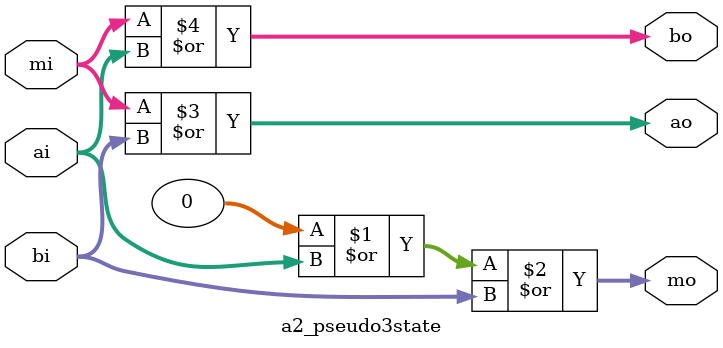
<source format=v>
/********************************************************************************************************************************
**
**    Copyright © 1998..2002 Advanced Architectures
**
**    All rights reserved
**    Confidential Information
**    Limited Distribution to Authorized Persons Only
**    Created and Protected as an Unpublished Work under the U.S.Copyright act of 1976.
**
**    Project Name         : A2B Synchronous System Bus
**    Description          : Pseudo-3-state Bus Fabric
**
**    Author               : RTT
**    Creation Date        : 10/10/2002
**    Version Number       : 2.0
**
**
********************************************************************************************************************************
**    THIS SOFTWARE IS PROVIDED ``AS IS'' AND WITHOUT ANY EXPRESS OR IMPLIED WARRANTIES, INCLUDING, BUT NOT LIMITED TO, THE
**    IMPLIED WARRANTIES OF MERCHANTABILITY AND FITNESS FOR A PARTICULAR PURPOSE. IN NO EVENT SHALL THE AUTHOR OR CONTRIBUTORS
**    BE LIABLE FOR ANY DIRECT, INDIRECT, INCIDENTAL, SPECIAL, EXEMPLARY, OR CONSEQUENTIAL DAMAGES (INCLUDING, BUT NOT LIMITED
**    TO, PROCUREMENT OF SUBSTITUTE GOODS OR SERVICES; LOSS OF USE, DATA, OR PROFITS; OR BUSINESS INTERRUPTION) HOWEVER CAUSED
**    AND ON ANY THEORY OF LIABILITY, WHETHER IN  CONTRACT, STRICT LIABILITY, OR TORT (INCLUDING NEGLIGENCE OR OTHERWISE)
**    ARISING IN ANY WAY OUT OF THE USE OF THIS SOFTWARE, EVEN IF ADVISED OF THE POSSIBILITY OF SUCH DAMAGE.
********************************************************************************************************************************
**
**
**                      mi                                   mi                                   mi
**                     / \                                  / \                                  / \
**               ____ /   \                           ____ /   \                           ____ /   \
**       ao==<==(_OR_(=+===\==========<===bi..ao==<==(_OR_(=+===\==========<===bi..ao==<==(_OR_(=+===\==========<===bi
**                     |    \_____                          |    \_____                          |    \_____
**       ai==>=========|=+===)_OR_}===>===bo..ai==>=========|=+===)_OR_}===>===bo..ai==>=========|=+===)_OR_}===>===bo
**                     | |                                  | |                                  | |
**                     | \_____                             | \_____                             | \_____
**                     +==)_OR_)==> mo                      +==)_OR_)==> mo                      +==)_OR_)==> mo
**
**    Pseudo-3-state bus uses two wires per bit, one travelling from left-to-right and the other from right-to-left.  The output
**    from the module (mi) is OR-ed into the bus sending data in both directions left and right.  Both left and right inputs
**    (ai and bi) are OR-ed together to provide the input to the module (mo).  Optionally the data output from the module (mi)
**    can be OR-ed into the output to the module (mo) by setting A2B_enable_passthrough = 1;
**
**    The bus is formed by butting-up multiple a2b_pseudo3state module next to each other in a chain and setting the very end
**    inputs to zero
**
**    Notes for Synthesis:
**
********************************************************************************************************************************
**
**    USAGE:
**          a2b_pseudo3state  #(A2B_acb_width,0) u1 ( .mi(mod_a2b_acb_o),     // This is module 1 and attached to 0 and 2
**                                                    .mo(a2b_mod_acb_i),
**                                                    .ai(a2b_acb_seg01),     // attaches to segment from 0 to 1
**                                                    .ao(a2b_acb_seg10),     // attaches to segment from 1 to 0
**                                                    .bi(a2b_acb_seg21),     // attaches to segment from 2 to 1
**                                                    .bo(a2b_acb_seg12) );   // attaches to segment from 1 to 2
**
********************************************************************************************************************************/
`timescale 1ns/10ps

module      a2_pseudo3state  ( mo, mi, ao, ai, bo, bi );

parameter   BUS_WIDTH   =  32;         // All input sources must be the same width or padded to match!
parameter   PASSTHROUGH =   0;         // If the module needs its out passed through to the input set to 1

input       [BUS_WIDTH-1:0]   mi;      // Data from a module to be placed on the pseudo-3-state bus
input       [BUS_WIDTH-1:0]   ai;      // Data from the a side pseudo-3-state bus
input       [BUS_WIDTH-1:0]   bi;      // Data from the b side pseudo-3-state bus
output      [BUS_WIDTH-1:0]   mo;      // Data from the pseudo-3-state bus to send to a module
output      [BUS_WIDTH-1:0]   ao;      // Data to the a side pseudo-3-state bus
output      [BUS_WIDTH-1:0]   bo;      // Data to the b side pseudo-3-state bus

assign      mo = (PASSTHROUGH ? mi : {BUS_WIDTH{1'b0}}) | ai | bi;
assign      ao =  mi | bi;
assign      bo =  mi | ai;

endmodule

////////////////////////////////////////////////////////////////////////////////////////////////////////////////////////////////
////////////////////////////////////////////////////////////////////////////////////////////////////////////////////////////////
////////////////////////////////////////////////////////////////////////////////////////////////////////////////////////////////
////////////////////////////////////////////////////////////////////////////////////////////////////////////////////////////////
////////////////////////////////////////////////////////////////////////////////////////////////////////////////////////////////


</source>
